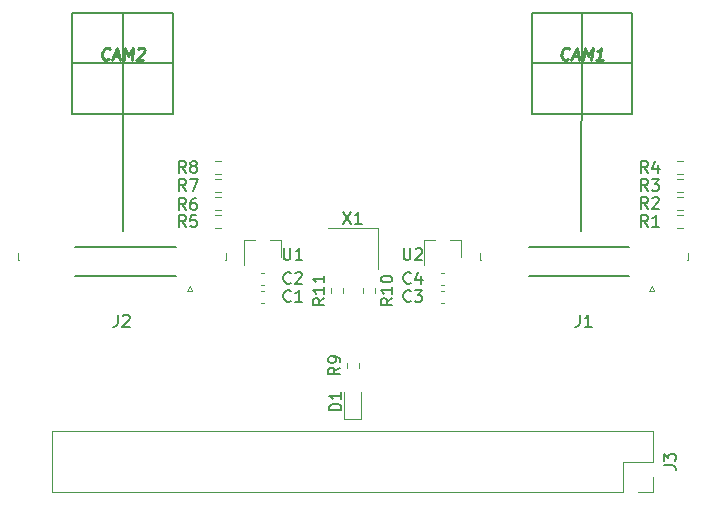
<source format=gbr>
%TF.GenerationSoftware,KiCad,Pcbnew,(5.1.8)-1*%
%TF.CreationDate,2020-12-05T14:41:01+08:00*%
%TF.ProjectId,DoubleCam,446f7562-6c65-4436-916d-2e6b69636164,rev?*%
%TF.SameCoordinates,Original*%
%TF.FileFunction,Legend,Top*%
%TF.FilePolarity,Positive*%
%FSLAX46Y46*%
G04 Gerber Fmt 4.6, Leading zero omitted, Abs format (unit mm)*
G04 Created by KiCad (PCBNEW (5.1.8)-1) date 2020-12-05 14:41:01*
%MOMM*%
%LPD*%
G01*
G04 APERTURE LIST*
%ADD10C,0.250000*%
%ADD11C,0.200000*%
%ADD12C,0.120000*%
%ADD13C,0.150000*%
G04 APERTURE END LIST*
D10*
X183337127Y-60111142D02*
X183283556Y-60158761D01*
X183134747Y-60206380D01*
X183039508Y-60206380D01*
X182902604Y-60158761D01*
X182819270Y-60063523D01*
X182783556Y-59968285D01*
X182759747Y-59777809D01*
X182777604Y-59634952D01*
X182849032Y-59444476D01*
X182908556Y-59349238D01*
X183015699Y-59254000D01*
X183164508Y-59206380D01*
X183259747Y-59206380D01*
X183396651Y-59254000D01*
X183438318Y-59301619D01*
X183741889Y-59920666D02*
X184218080Y-59920666D01*
X183610937Y-60206380D02*
X184069270Y-59206380D01*
X184277604Y-60206380D01*
X184610937Y-60206380D02*
X184735937Y-59206380D01*
X184979985Y-59920666D01*
X185402604Y-59206380D01*
X185277604Y-60206380D01*
X186277604Y-60206380D02*
X185706175Y-60206380D01*
X185991889Y-60206380D02*
X186116889Y-59206380D01*
X186003794Y-59349238D01*
X185896651Y-59444476D01*
X185795461Y-59492095D01*
X144437127Y-60111142D02*
X144383556Y-60158761D01*
X144234747Y-60206380D01*
X144139508Y-60206380D01*
X144002604Y-60158761D01*
X143919270Y-60063523D01*
X143883556Y-59968285D01*
X143859747Y-59777809D01*
X143877604Y-59634952D01*
X143949032Y-59444476D01*
X144008556Y-59349238D01*
X144115699Y-59254000D01*
X144264508Y-59206380D01*
X144359747Y-59206380D01*
X144496651Y-59254000D01*
X144538318Y-59301619D01*
X144841889Y-59920666D02*
X145318080Y-59920666D01*
X144710937Y-60206380D02*
X145169270Y-59206380D01*
X145377604Y-60206380D01*
X145710937Y-60206380D02*
X145835937Y-59206380D01*
X146079985Y-59920666D01*
X146502604Y-59206380D01*
X146377604Y-60206380D01*
X146919270Y-59301619D02*
X146972842Y-59254000D01*
X147074032Y-59206380D01*
X147312127Y-59206380D01*
X147401413Y-59254000D01*
X147443080Y-59301619D01*
X147478794Y-59396857D01*
X147466889Y-59492095D01*
X147401413Y-59634952D01*
X146758556Y-60206380D01*
X147377604Y-60206380D01*
D11*
X141360000Y-64770000D02*
X141360000Y-56270000D01*
X150110000Y-76040000D02*
X141610000Y-76040000D01*
X188760000Y-60520000D02*
X180260000Y-60520000D01*
X149860000Y-64770000D02*
X149860000Y-56270000D01*
X145610000Y-74676000D02*
X145610000Y-56270000D01*
X188760000Y-64770000D02*
X180260000Y-64770000D01*
X149860000Y-56270000D02*
X141360000Y-56270000D01*
X188510000Y-76040000D02*
X180010000Y-76040000D01*
X188510000Y-78540000D02*
X180010000Y-78540000D01*
X150110000Y-78540000D02*
X141610000Y-78540000D01*
X180260000Y-64770000D02*
X180260000Y-56270000D01*
X188760000Y-64770000D02*
X188760000Y-56270000D01*
X188760000Y-56270000D02*
X180260000Y-56270000D01*
X184404000Y-74676000D02*
X184510000Y-56270000D01*
X149860000Y-60520000D02*
X141360000Y-60520000D01*
X149860000Y-64770000D02*
X141360000Y-64770000D01*
D12*
%TO.C,J3*%
X190560000Y-91634000D02*
X190560000Y-94234000D01*
X190560000Y-91634000D02*
X139640000Y-91634000D01*
X139640000Y-91634000D02*
X139640000Y-96834000D01*
X187960000Y-96834000D02*
X139640000Y-96834000D01*
X187960000Y-94234000D02*
X187960000Y-96834000D01*
X190560000Y-94234000D02*
X187960000Y-94234000D01*
X190560000Y-96834000D02*
X189230000Y-96834000D01*
X190560000Y-95504000D02*
X190560000Y-96834000D01*
%TO.C,C4*%
X172860580Y-79250000D02*
X172579420Y-79250000D01*
X172860580Y-78230000D02*
X172579420Y-78230000D01*
%TO.C,C3*%
X172860580Y-80774000D02*
X172579420Y-80774000D01*
X172860580Y-79754000D02*
X172579420Y-79754000D01*
%TO.C,C2*%
X157620580Y-79250000D02*
X157339420Y-79250000D01*
X157620580Y-78230000D02*
X157339420Y-78230000D01*
%TO.C,C1*%
X157620580Y-80774000D02*
X157339420Y-80774000D01*
X157620580Y-79754000D02*
X157339420Y-79754000D01*
%TO.C,X1*%
X167200000Y-77950000D02*
X167200000Y-74450000D01*
X167200000Y-74450000D02*
X163000000Y-74450000D01*
%TO.C,U2*%
X174300000Y-75440000D02*
X173370000Y-75440000D01*
X171140000Y-75440000D02*
X172070000Y-75440000D01*
X171140000Y-75440000D02*
X171140000Y-77600000D01*
X174300000Y-75440000D02*
X174300000Y-76900000D01*
%TO.C,R11*%
X163227500Y-79987258D02*
X163227500Y-79512742D01*
X164272500Y-79987258D02*
X164272500Y-79512742D01*
%TO.C,R10*%
X165977500Y-79993258D02*
X165977500Y-79518742D01*
X167022500Y-79993258D02*
X167022500Y-79518742D01*
%TO.C,R9*%
X165622500Y-85868742D02*
X165622500Y-86343258D01*
X164577500Y-85868742D02*
X164577500Y-86343258D01*
%TO.C,R8*%
X153432742Y-68819500D02*
X153907258Y-68819500D01*
X153432742Y-69864500D02*
X153907258Y-69864500D01*
%TO.C,R7*%
X153907258Y-71388500D02*
X153432742Y-71388500D01*
X153907258Y-70343500D02*
X153432742Y-70343500D01*
%TO.C,R6*%
X153907258Y-72912500D02*
X153432742Y-72912500D01*
X153907258Y-71867500D02*
X153432742Y-71867500D01*
%TO.C,R5*%
X153907258Y-74436500D02*
X153432742Y-74436500D01*
X153907258Y-73391500D02*
X153432742Y-73391500D01*
%TO.C,R4*%
X192548742Y-68819500D02*
X193023258Y-68819500D01*
X192548742Y-69864500D02*
X193023258Y-69864500D01*
%TO.C,R3*%
X193023258Y-71388500D02*
X192548742Y-71388500D01*
X193023258Y-70343500D02*
X192548742Y-70343500D01*
%TO.C,R2*%
X193023258Y-72912500D02*
X192548742Y-72912500D01*
X193023258Y-71867500D02*
X192548742Y-71867500D01*
%TO.C,R1*%
X193023258Y-74436500D02*
X192548742Y-74436500D01*
X193023258Y-73391500D02*
X192548742Y-73391500D01*
%TO.C,J2*%
X154257000Y-77208000D02*
X154367000Y-77208000D01*
X154367000Y-77208000D02*
X154367000Y-76608000D01*
X136827000Y-77208000D02*
X136717000Y-77208000D01*
X136717000Y-77208000D02*
X136717000Y-76608000D01*
X151492000Y-79798000D02*
X151292000Y-79398000D01*
X151292000Y-79398000D02*
X151092000Y-79798000D01*
X151092000Y-79798000D02*
X151492000Y-79798000D01*
%TO.C,J1*%
X193373000Y-77208000D02*
X193483000Y-77208000D01*
X193483000Y-77208000D02*
X193483000Y-76608000D01*
X175943000Y-77208000D02*
X175833000Y-77208000D01*
X175833000Y-77208000D02*
X175833000Y-76608000D01*
X190608000Y-79798000D02*
X190408000Y-79398000D01*
X190408000Y-79398000D02*
X190208000Y-79798000D01*
X190208000Y-79798000D02*
X190608000Y-79798000D01*
%TO.C,D1*%
X164365000Y-88354000D02*
X164365000Y-90639000D01*
X164365000Y-90639000D02*
X165835000Y-90639000D01*
X165835000Y-90639000D02*
X165835000Y-88354000D01*
%TO.C,U1*%
X159060000Y-75440000D02*
X159060000Y-76900000D01*
X155900000Y-75440000D02*
X155900000Y-77600000D01*
X155900000Y-75440000D02*
X156830000Y-75440000D01*
X159060000Y-75440000D02*
X158130000Y-75440000D01*
%TO.C,J3*%
D13*
X191452380Y-94567333D02*
X192166666Y-94567333D01*
X192309523Y-94614952D01*
X192404761Y-94710190D01*
X192452380Y-94853047D01*
X192452380Y-94948285D01*
X191452380Y-94186380D02*
X191452380Y-93567333D01*
X191833333Y-93900666D01*
X191833333Y-93757809D01*
X191880952Y-93662571D01*
X191928571Y-93614952D01*
X192023809Y-93567333D01*
X192261904Y-93567333D01*
X192357142Y-93614952D01*
X192404761Y-93662571D01*
X192452380Y-93757809D01*
X192452380Y-94043523D01*
X192404761Y-94138761D01*
X192357142Y-94186380D01*
%TO.C,C4*%
X170013333Y-79097142D02*
X169965714Y-79144761D01*
X169822857Y-79192380D01*
X169727619Y-79192380D01*
X169584761Y-79144761D01*
X169489523Y-79049523D01*
X169441904Y-78954285D01*
X169394285Y-78763809D01*
X169394285Y-78620952D01*
X169441904Y-78430476D01*
X169489523Y-78335238D01*
X169584761Y-78240000D01*
X169727619Y-78192380D01*
X169822857Y-78192380D01*
X169965714Y-78240000D01*
X170013333Y-78287619D01*
X170870476Y-78525714D02*
X170870476Y-79192380D01*
X170632380Y-78144761D02*
X170394285Y-78859047D01*
X171013333Y-78859047D01*
%TO.C,C3*%
X170013333Y-80621142D02*
X169965714Y-80668761D01*
X169822857Y-80716380D01*
X169727619Y-80716380D01*
X169584761Y-80668761D01*
X169489523Y-80573523D01*
X169441904Y-80478285D01*
X169394285Y-80287809D01*
X169394285Y-80144952D01*
X169441904Y-79954476D01*
X169489523Y-79859238D01*
X169584761Y-79764000D01*
X169727619Y-79716380D01*
X169822857Y-79716380D01*
X169965714Y-79764000D01*
X170013333Y-79811619D01*
X170346666Y-79716380D02*
X170965714Y-79716380D01*
X170632380Y-80097333D01*
X170775238Y-80097333D01*
X170870476Y-80144952D01*
X170918095Y-80192571D01*
X170965714Y-80287809D01*
X170965714Y-80525904D01*
X170918095Y-80621142D01*
X170870476Y-80668761D01*
X170775238Y-80716380D01*
X170489523Y-80716380D01*
X170394285Y-80668761D01*
X170346666Y-80621142D01*
%TO.C,C2*%
X159853333Y-79097142D02*
X159805714Y-79144761D01*
X159662857Y-79192380D01*
X159567619Y-79192380D01*
X159424761Y-79144761D01*
X159329523Y-79049523D01*
X159281904Y-78954285D01*
X159234285Y-78763809D01*
X159234285Y-78620952D01*
X159281904Y-78430476D01*
X159329523Y-78335238D01*
X159424761Y-78240000D01*
X159567619Y-78192380D01*
X159662857Y-78192380D01*
X159805714Y-78240000D01*
X159853333Y-78287619D01*
X160234285Y-78287619D02*
X160281904Y-78240000D01*
X160377142Y-78192380D01*
X160615238Y-78192380D01*
X160710476Y-78240000D01*
X160758095Y-78287619D01*
X160805714Y-78382857D01*
X160805714Y-78478095D01*
X160758095Y-78620952D01*
X160186666Y-79192380D01*
X160805714Y-79192380D01*
%TO.C,C1*%
X159853333Y-80621142D02*
X159805714Y-80668761D01*
X159662857Y-80716380D01*
X159567619Y-80716380D01*
X159424761Y-80668761D01*
X159329523Y-80573523D01*
X159281904Y-80478285D01*
X159234285Y-80287809D01*
X159234285Y-80144952D01*
X159281904Y-79954476D01*
X159329523Y-79859238D01*
X159424761Y-79764000D01*
X159567619Y-79716380D01*
X159662857Y-79716380D01*
X159805714Y-79764000D01*
X159853333Y-79811619D01*
X160805714Y-80716380D02*
X160234285Y-80716380D01*
X160520000Y-80716380D02*
X160520000Y-79716380D01*
X160424761Y-79859238D01*
X160329523Y-79954476D01*
X160234285Y-80002095D01*
%TO.C,X1*%
X164290476Y-73112380D02*
X164957142Y-74112380D01*
X164957142Y-73112380D02*
X164290476Y-74112380D01*
X165861904Y-74112380D02*
X165290476Y-74112380D01*
X165576190Y-74112380D02*
X165576190Y-73112380D01*
X165480952Y-73255238D01*
X165385714Y-73350476D01*
X165290476Y-73398095D01*
%TO.C,U2*%
X169418095Y-76160380D02*
X169418095Y-76969904D01*
X169465714Y-77065142D01*
X169513333Y-77112761D01*
X169608571Y-77160380D01*
X169799047Y-77160380D01*
X169894285Y-77112761D01*
X169941904Y-77065142D01*
X169989523Y-76969904D01*
X169989523Y-76160380D01*
X170418095Y-76255619D02*
X170465714Y-76208000D01*
X170560952Y-76160380D01*
X170799047Y-76160380D01*
X170894285Y-76208000D01*
X170941904Y-76255619D01*
X170989523Y-76350857D01*
X170989523Y-76446095D01*
X170941904Y-76588952D01*
X170370476Y-77160380D01*
X170989523Y-77160380D01*
%TO.C,R11*%
X162702380Y-80392857D02*
X162226190Y-80726190D01*
X162702380Y-80964285D02*
X161702380Y-80964285D01*
X161702380Y-80583333D01*
X161750000Y-80488095D01*
X161797619Y-80440476D01*
X161892857Y-80392857D01*
X162035714Y-80392857D01*
X162130952Y-80440476D01*
X162178571Y-80488095D01*
X162226190Y-80583333D01*
X162226190Y-80964285D01*
X162702380Y-79440476D02*
X162702380Y-80011904D01*
X162702380Y-79726190D02*
X161702380Y-79726190D01*
X161845238Y-79821428D01*
X161940476Y-79916666D01*
X161988095Y-80011904D01*
X162702380Y-78488095D02*
X162702380Y-79059523D01*
X162702380Y-78773809D02*
X161702380Y-78773809D01*
X161845238Y-78869047D01*
X161940476Y-78964285D01*
X161988095Y-79059523D01*
%TO.C,R10*%
X168452380Y-80398857D02*
X167976190Y-80732190D01*
X168452380Y-80970285D02*
X167452380Y-80970285D01*
X167452380Y-80589333D01*
X167500000Y-80494095D01*
X167547619Y-80446476D01*
X167642857Y-80398857D01*
X167785714Y-80398857D01*
X167880952Y-80446476D01*
X167928571Y-80494095D01*
X167976190Y-80589333D01*
X167976190Y-80970285D01*
X168452380Y-79446476D02*
X168452380Y-80017904D01*
X168452380Y-79732190D02*
X167452380Y-79732190D01*
X167595238Y-79827428D01*
X167690476Y-79922666D01*
X167738095Y-80017904D01*
X167452380Y-78827428D02*
X167452380Y-78732190D01*
X167500000Y-78636952D01*
X167547619Y-78589333D01*
X167642857Y-78541714D01*
X167833333Y-78494095D01*
X168071428Y-78494095D01*
X168261904Y-78541714D01*
X168357142Y-78589333D01*
X168404761Y-78636952D01*
X168452380Y-78732190D01*
X168452380Y-78827428D01*
X168404761Y-78922666D01*
X168357142Y-78970285D01*
X168261904Y-79017904D01*
X168071428Y-79065523D01*
X167833333Y-79065523D01*
X167642857Y-79017904D01*
X167547619Y-78970285D01*
X167500000Y-78922666D01*
X167452380Y-78827428D01*
%TO.C,R9*%
X164028380Y-86272666D02*
X163552190Y-86606000D01*
X164028380Y-86844095D02*
X163028380Y-86844095D01*
X163028380Y-86463142D01*
X163076000Y-86367904D01*
X163123619Y-86320285D01*
X163218857Y-86272666D01*
X163361714Y-86272666D01*
X163456952Y-86320285D01*
X163504571Y-86367904D01*
X163552190Y-86463142D01*
X163552190Y-86844095D01*
X164028380Y-85796476D02*
X164028380Y-85606000D01*
X163980761Y-85510761D01*
X163933142Y-85463142D01*
X163790285Y-85367904D01*
X163599809Y-85320285D01*
X163218857Y-85320285D01*
X163123619Y-85367904D01*
X163076000Y-85415523D01*
X163028380Y-85510761D01*
X163028380Y-85701238D01*
X163076000Y-85796476D01*
X163123619Y-85844095D01*
X163218857Y-85891714D01*
X163456952Y-85891714D01*
X163552190Y-85844095D01*
X163599809Y-85796476D01*
X163647428Y-85701238D01*
X163647428Y-85510761D01*
X163599809Y-85415523D01*
X163552190Y-85367904D01*
X163456952Y-85320285D01*
%TO.C,R8*%
X150963333Y-69794380D02*
X150630000Y-69318190D01*
X150391904Y-69794380D02*
X150391904Y-68794380D01*
X150772857Y-68794380D01*
X150868095Y-68842000D01*
X150915714Y-68889619D01*
X150963333Y-68984857D01*
X150963333Y-69127714D01*
X150915714Y-69222952D01*
X150868095Y-69270571D01*
X150772857Y-69318190D01*
X150391904Y-69318190D01*
X151534761Y-69222952D02*
X151439523Y-69175333D01*
X151391904Y-69127714D01*
X151344285Y-69032476D01*
X151344285Y-68984857D01*
X151391904Y-68889619D01*
X151439523Y-68842000D01*
X151534761Y-68794380D01*
X151725238Y-68794380D01*
X151820476Y-68842000D01*
X151868095Y-68889619D01*
X151915714Y-68984857D01*
X151915714Y-69032476D01*
X151868095Y-69127714D01*
X151820476Y-69175333D01*
X151725238Y-69222952D01*
X151534761Y-69222952D01*
X151439523Y-69270571D01*
X151391904Y-69318190D01*
X151344285Y-69413428D01*
X151344285Y-69603904D01*
X151391904Y-69699142D01*
X151439523Y-69746761D01*
X151534761Y-69794380D01*
X151725238Y-69794380D01*
X151820476Y-69746761D01*
X151868095Y-69699142D01*
X151915714Y-69603904D01*
X151915714Y-69413428D01*
X151868095Y-69318190D01*
X151820476Y-69270571D01*
X151725238Y-69222952D01*
%TO.C,R7*%
X150963333Y-71318380D02*
X150630000Y-70842190D01*
X150391904Y-71318380D02*
X150391904Y-70318380D01*
X150772857Y-70318380D01*
X150868095Y-70366000D01*
X150915714Y-70413619D01*
X150963333Y-70508857D01*
X150963333Y-70651714D01*
X150915714Y-70746952D01*
X150868095Y-70794571D01*
X150772857Y-70842190D01*
X150391904Y-70842190D01*
X151296666Y-70318380D02*
X151963333Y-70318380D01*
X151534761Y-71318380D01*
%TO.C,R6*%
X150963333Y-72930380D02*
X150630000Y-72454190D01*
X150391904Y-72930380D02*
X150391904Y-71930380D01*
X150772857Y-71930380D01*
X150868095Y-71978000D01*
X150915714Y-72025619D01*
X150963333Y-72120857D01*
X150963333Y-72263714D01*
X150915714Y-72358952D01*
X150868095Y-72406571D01*
X150772857Y-72454190D01*
X150391904Y-72454190D01*
X151820476Y-71930380D02*
X151630000Y-71930380D01*
X151534761Y-71978000D01*
X151487142Y-72025619D01*
X151391904Y-72168476D01*
X151344285Y-72358952D01*
X151344285Y-72739904D01*
X151391904Y-72835142D01*
X151439523Y-72882761D01*
X151534761Y-72930380D01*
X151725238Y-72930380D01*
X151820476Y-72882761D01*
X151868095Y-72835142D01*
X151915714Y-72739904D01*
X151915714Y-72501809D01*
X151868095Y-72406571D01*
X151820476Y-72358952D01*
X151725238Y-72311333D01*
X151534761Y-72311333D01*
X151439523Y-72358952D01*
X151391904Y-72406571D01*
X151344285Y-72501809D01*
%TO.C,R5*%
X150963333Y-74366380D02*
X150630000Y-73890190D01*
X150391904Y-74366380D02*
X150391904Y-73366380D01*
X150772857Y-73366380D01*
X150868095Y-73414000D01*
X150915714Y-73461619D01*
X150963333Y-73556857D01*
X150963333Y-73699714D01*
X150915714Y-73794952D01*
X150868095Y-73842571D01*
X150772857Y-73890190D01*
X150391904Y-73890190D01*
X151868095Y-73366380D02*
X151391904Y-73366380D01*
X151344285Y-73842571D01*
X151391904Y-73794952D01*
X151487142Y-73747333D01*
X151725238Y-73747333D01*
X151820476Y-73794952D01*
X151868095Y-73842571D01*
X151915714Y-73937809D01*
X151915714Y-74175904D01*
X151868095Y-74271142D01*
X151820476Y-74318761D01*
X151725238Y-74366380D01*
X151487142Y-74366380D01*
X151391904Y-74318761D01*
X151344285Y-74271142D01*
%TO.C,R4*%
X190079333Y-69794380D02*
X189746000Y-69318190D01*
X189507904Y-69794380D02*
X189507904Y-68794380D01*
X189888857Y-68794380D01*
X189984095Y-68842000D01*
X190031714Y-68889619D01*
X190079333Y-68984857D01*
X190079333Y-69127714D01*
X190031714Y-69222952D01*
X189984095Y-69270571D01*
X189888857Y-69318190D01*
X189507904Y-69318190D01*
X190936476Y-69127714D02*
X190936476Y-69794380D01*
X190698380Y-68746761D02*
X190460285Y-69461047D01*
X191079333Y-69461047D01*
%TO.C,R3*%
X190079333Y-71318380D02*
X189746000Y-70842190D01*
X189507904Y-71318380D02*
X189507904Y-70318380D01*
X189888857Y-70318380D01*
X189984095Y-70366000D01*
X190031714Y-70413619D01*
X190079333Y-70508857D01*
X190079333Y-70651714D01*
X190031714Y-70746952D01*
X189984095Y-70794571D01*
X189888857Y-70842190D01*
X189507904Y-70842190D01*
X190412666Y-70318380D02*
X191031714Y-70318380D01*
X190698380Y-70699333D01*
X190841238Y-70699333D01*
X190936476Y-70746952D01*
X190984095Y-70794571D01*
X191031714Y-70889809D01*
X191031714Y-71127904D01*
X190984095Y-71223142D01*
X190936476Y-71270761D01*
X190841238Y-71318380D01*
X190555523Y-71318380D01*
X190460285Y-71270761D01*
X190412666Y-71223142D01*
%TO.C,R2*%
X190079333Y-72842380D02*
X189746000Y-72366190D01*
X189507904Y-72842380D02*
X189507904Y-71842380D01*
X189888857Y-71842380D01*
X189984095Y-71890000D01*
X190031714Y-71937619D01*
X190079333Y-72032857D01*
X190079333Y-72175714D01*
X190031714Y-72270952D01*
X189984095Y-72318571D01*
X189888857Y-72366190D01*
X189507904Y-72366190D01*
X190460285Y-71937619D02*
X190507904Y-71890000D01*
X190603142Y-71842380D01*
X190841238Y-71842380D01*
X190936476Y-71890000D01*
X190984095Y-71937619D01*
X191031714Y-72032857D01*
X191031714Y-72128095D01*
X190984095Y-72270952D01*
X190412666Y-72842380D01*
X191031714Y-72842380D01*
%TO.C,R1*%
X190079333Y-74366380D02*
X189746000Y-73890190D01*
X189507904Y-74366380D02*
X189507904Y-73366380D01*
X189888857Y-73366380D01*
X189984095Y-73414000D01*
X190031714Y-73461619D01*
X190079333Y-73556857D01*
X190079333Y-73699714D01*
X190031714Y-73794952D01*
X189984095Y-73842571D01*
X189888857Y-73890190D01*
X189507904Y-73890190D01*
X191031714Y-74366380D02*
X190460285Y-74366380D01*
X190746000Y-74366380D02*
X190746000Y-73366380D01*
X190650761Y-73509238D01*
X190555523Y-73604476D01*
X190460285Y-73652095D01*
%TO.C,J2*%
X145208666Y-81800380D02*
X145208666Y-82514666D01*
X145161047Y-82657523D01*
X145065809Y-82752761D01*
X144922952Y-82800380D01*
X144827714Y-82800380D01*
X145637238Y-81895619D02*
X145684857Y-81848000D01*
X145780095Y-81800380D01*
X146018190Y-81800380D01*
X146113428Y-81848000D01*
X146161047Y-81895619D01*
X146208666Y-81990857D01*
X146208666Y-82086095D01*
X146161047Y-82228952D01*
X145589619Y-82800380D01*
X146208666Y-82800380D01*
%TO.C,J1*%
X184324666Y-81800380D02*
X184324666Y-82514666D01*
X184277047Y-82657523D01*
X184181809Y-82752761D01*
X184038952Y-82800380D01*
X183943714Y-82800380D01*
X185324666Y-82800380D02*
X184753238Y-82800380D01*
X185038952Y-82800380D02*
X185038952Y-81800380D01*
X184943714Y-81943238D01*
X184848476Y-82038476D01*
X184753238Y-82086095D01*
%TO.C,D1*%
X164122380Y-89892095D02*
X163122380Y-89892095D01*
X163122380Y-89654000D01*
X163170000Y-89511142D01*
X163265238Y-89415904D01*
X163360476Y-89368285D01*
X163550952Y-89320666D01*
X163693809Y-89320666D01*
X163884285Y-89368285D01*
X163979523Y-89415904D01*
X164074761Y-89511142D01*
X164122380Y-89654000D01*
X164122380Y-89892095D01*
X164122380Y-88368285D02*
X164122380Y-88939714D01*
X164122380Y-88654000D02*
X163122380Y-88654000D01*
X163265238Y-88749238D01*
X163360476Y-88844476D01*
X163408095Y-88939714D01*
%TO.C,U1*%
X159258095Y-76160380D02*
X159258095Y-76969904D01*
X159305714Y-77065142D01*
X159353333Y-77112761D01*
X159448571Y-77160380D01*
X159639047Y-77160380D01*
X159734285Y-77112761D01*
X159781904Y-77065142D01*
X159829523Y-76969904D01*
X159829523Y-76160380D01*
X160829523Y-77160380D02*
X160258095Y-77160380D01*
X160543809Y-77160380D02*
X160543809Y-76160380D01*
X160448571Y-76303238D01*
X160353333Y-76398476D01*
X160258095Y-76446095D01*
%TD*%
M02*

</source>
